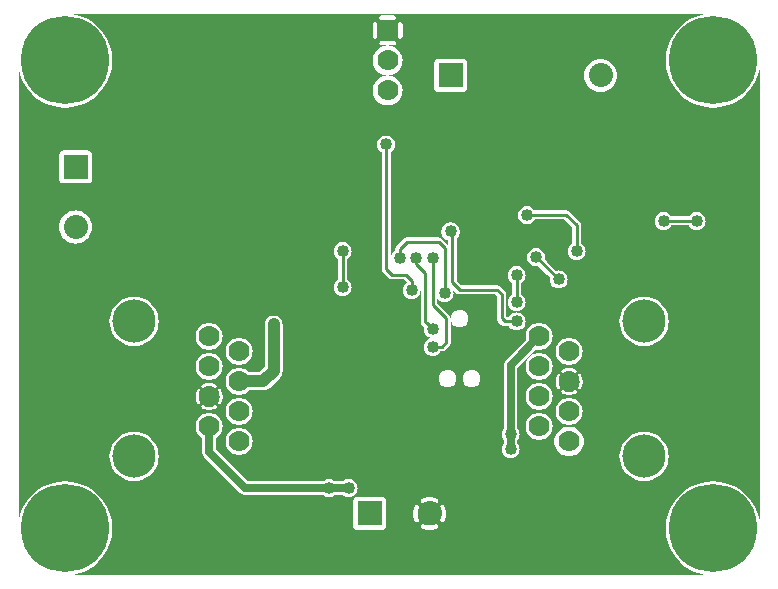
<source format=gbr>
G04 start of page 3 for group 1 idx 1 *
G04 Title: (unknown), solder *
G04 Creator: pcb 20140316 *
G04 CreationDate: Sun 30 Dec 2018 07:31:13 PM GMT UTC *
G04 For: railfan *
G04 Format: Gerber/RS-274X *
G04 PCB-Dimensions (mil): 2500.00 1900.00 *
G04 PCB-Coordinate-Origin: lower left *
%MOIN*%
%FSLAX25Y25*%
%LNBOTTOM*%
%ADD54C,0.1280*%
%ADD53C,0.0300*%
%ADD52C,0.1285*%
%ADD51C,0.0480*%
%ADD50C,0.0390*%
%ADD49C,0.0200*%
%ADD48C,0.0800*%
%ADD47C,0.1440*%
%ADD46C,0.0700*%
%ADD45C,0.2937*%
%ADD44C,0.0100*%
%ADD43C,0.0400*%
%ADD42C,0.0250*%
%ADD41C,0.0001*%
G54D41*G36*
X221995Y5773D02*X223753Y4272D01*
X225858Y2982D01*
X228138Y2038D01*
X230378Y1500D01*
X221995D01*
Y5773D01*
G37*
G36*
Y161773D02*X223753Y160272D01*
X225858Y158982D01*
X228138Y158038D01*
X230539Y157461D01*
X233000Y157268D01*
X235461Y157461D01*
X237862Y158038D01*
X240142Y158982D01*
X242247Y160272D01*
X244124Y161876D01*
X245728Y163753D01*
X247018Y165858D01*
X247962Y168138D01*
X248500Y170378D01*
Y19622D01*
X247962Y21862D01*
X247018Y24142D01*
X245728Y26247D01*
X244124Y28124D01*
X242247Y29728D01*
X240142Y31018D01*
X237862Y31962D01*
X235461Y32539D01*
X233000Y32732D01*
X230539Y32539D01*
X228138Y31962D01*
X225858Y31018D01*
X223753Y29728D01*
X221995Y28227D01*
Y118000D01*
X224901D01*
X225065Y117731D01*
X225372Y117372D01*
X225731Y117065D01*
X226134Y116819D01*
X226570Y116638D01*
X227029Y116528D01*
X227500Y116491D01*
X227971Y116528D01*
X228430Y116638D01*
X228866Y116819D01*
X229269Y117065D01*
X229628Y117372D01*
X229935Y117731D01*
X230181Y118134D01*
X230362Y118570D01*
X230472Y119029D01*
X230500Y119500D01*
X230472Y119971D01*
X230362Y120430D01*
X230181Y120866D01*
X229935Y121269D01*
X229628Y121628D01*
X229269Y121935D01*
X228866Y122181D01*
X228430Y122362D01*
X227971Y122472D01*
X227500Y122509D01*
X227029Y122472D01*
X226570Y122362D01*
X226134Y122181D01*
X225731Y121935D01*
X225372Y121628D01*
X225065Y121269D01*
X224901Y121000D01*
X221995D01*
Y161773D01*
G37*
G36*
Y188500D02*X230378D01*
X228138Y187962D01*
X225858Y187018D01*
X223753Y185728D01*
X221995Y184227D01*
Y188500D01*
G37*
G36*
X184992Y118386D02*X186000Y117379D01*
Y112099D01*
X185731Y111935D01*
X185372Y111628D01*
X185065Y111269D01*
X184992Y111150D01*
Y118386D01*
G37*
G36*
X209987Y188500D02*X221995D01*
Y184227D01*
X221876Y184124D01*
X220272Y182247D01*
X218982Y180142D01*
X218038Y177862D01*
X217461Y175461D01*
X217268Y173000D01*
X217461Y170539D01*
X218038Y168138D01*
X218982Y165858D01*
X220272Y163753D01*
X221876Y161876D01*
X221995Y161773D01*
Y121000D01*
X219099D01*
X218935Y121269D01*
X218628Y121628D01*
X218269Y121935D01*
X217866Y122181D01*
X217430Y122362D01*
X216971Y122472D01*
X216500Y122509D01*
X216029Y122472D01*
X215570Y122362D01*
X215134Y122181D01*
X214731Y121935D01*
X214372Y121628D01*
X214065Y121269D01*
X213819Y120866D01*
X213638Y120430D01*
X213528Y119971D01*
X213491Y119500D01*
X213528Y119029D01*
X213638Y118570D01*
X213819Y118134D01*
X214065Y117731D01*
X214372Y117372D01*
X214731Y117065D01*
X215134Y116819D01*
X215570Y116638D01*
X216029Y116528D01*
X216500Y116491D01*
X216971Y116528D01*
X217430Y116638D01*
X217866Y116819D01*
X218269Y117065D01*
X218628Y117372D01*
X218935Y117731D01*
X219099Y118000D01*
X221995D01*
Y28227D01*
X221876Y28124D01*
X220272Y26247D01*
X218982Y24142D01*
X218038Y21862D01*
X217461Y19461D01*
X217268Y17000D01*
X217461Y14539D01*
X218038Y12138D01*
X218982Y9858D01*
X220272Y7753D01*
X221876Y5876D01*
X221995Y5773D01*
Y1500D01*
X209987D01*
Y32776D01*
X210000Y32775D01*
X211287Y32876D01*
X212542Y33177D01*
X213734Y33671D01*
X214835Y34346D01*
X215816Y35184D01*
X216654Y36165D01*
X217329Y37266D01*
X217823Y38458D01*
X218124Y39713D01*
X218200Y41000D01*
X218124Y42287D01*
X217823Y43542D01*
X217329Y44734D01*
X216654Y45835D01*
X215816Y46816D01*
X214835Y47654D01*
X213734Y48329D01*
X212542Y48823D01*
X211287Y49124D01*
X210000Y49225D01*
X209987Y49224D01*
Y77776D01*
X210000Y77775D01*
X211287Y77876D01*
X212542Y78177D01*
X213734Y78671D01*
X214835Y79346D01*
X215816Y80184D01*
X216654Y81165D01*
X217329Y82266D01*
X217823Y83458D01*
X218124Y84713D01*
X218200Y86000D01*
X218124Y87287D01*
X217823Y88542D01*
X217329Y89734D01*
X216654Y90835D01*
X215816Y91816D01*
X214835Y92654D01*
X213734Y93329D01*
X212542Y93823D01*
X211287Y94124D01*
X210000Y94225D01*
X209987Y94224D01*
Y188500D01*
G37*
G36*
X195492D02*X209987D01*
Y94224D01*
X208713Y94124D01*
X207458Y93823D01*
X206266Y93329D01*
X205165Y92654D01*
X204184Y91816D01*
X203346Y90835D01*
X202671Y89734D01*
X202177Y88542D01*
X201876Y87287D01*
X201775Y86000D01*
X201876Y84713D01*
X202177Y83458D01*
X202671Y82266D01*
X203346Y81165D01*
X204184Y80184D01*
X205165Y79346D01*
X206266Y78671D01*
X207458Y78177D01*
X208713Y77876D01*
X209987Y77776D01*
Y49224D01*
X208713Y49124D01*
X207458Y48823D01*
X206266Y48329D01*
X205165Y47654D01*
X204184Y46816D01*
X203346Y45835D01*
X202671Y44734D01*
X202177Y43542D01*
X201876Y42287D01*
X201775Y41000D01*
X201876Y39713D01*
X202177Y38458D01*
X202671Y37266D01*
X203346Y36165D01*
X204184Y35184D01*
X205165Y34346D01*
X206266Y33671D01*
X207458Y33177D01*
X208713Y32876D01*
X209987Y32776D01*
Y1500D01*
X195492D01*
Y162484D01*
X195500Y162483D01*
X196363Y162551D01*
X197205Y162753D01*
X198005Y163084D01*
X198743Y163537D01*
X199401Y164099D01*
X199963Y164757D01*
X200416Y165495D01*
X200747Y166295D01*
X200949Y167137D01*
X201000Y168000D01*
X200949Y168863D01*
X200747Y169705D01*
X200416Y170505D01*
X199963Y171243D01*
X199401Y171901D01*
X198743Y172463D01*
X198005Y172916D01*
X197205Y173247D01*
X196363Y173449D01*
X195500Y173517D01*
X195492Y173516D01*
Y188500D01*
G37*
G36*
X188720D02*X195492D01*
Y173516D01*
X194637Y173449D01*
X193795Y173247D01*
X192995Y172916D01*
X192257Y172463D01*
X191599Y171901D01*
X191037Y171243D01*
X190584Y170505D01*
X190253Y169705D01*
X190051Y168863D01*
X189983Y168000D01*
X190051Y167137D01*
X190253Y166295D01*
X190584Y165495D01*
X191037Y164757D01*
X191599Y164099D01*
X192257Y163537D01*
X192995Y163084D01*
X193795Y162753D01*
X194637Y162551D01*
X195492Y162484D01*
Y1500D01*
X188720D01*
Y42811D01*
X188976Y43111D01*
X189379Y43769D01*
X189675Y44481D01*
X189855Y45231D01*
X189900Y46000D01*
X189855Y46769D01*
X189675Y47519D01*
X189379Y48231D01*
X188976Y48889D01*
X188720Y49189D01*
Y53459D01*
X189022Y53951D01*
X189293Y54605D01*
X189458Y55294D01*
X189500Y56000D01*
X189458Y56706D01*
X189293Y57395D01*
X189022Y58049D01*
X188720Y58541D01*
Y63544D01*
X188771Y63583D01*
X188826Y63639D01*
X188870Y63704D01*
X189064Y64056D01*
X189221Y64426D01*
X189344Y64809D01*
X189433Y65200D01*
X189487Y65599D01*
X189504Y66000D01*
X189487Y66401D01*
X189433Y66800D01*
X189344Y67191D01*
X189221Y67574D01*
X189064Y67944D01*
X188874Y68298D01*
X188829Y68363D01*
X188774Y68420D01*
X188720Y68460D01*
Y73459D01*
X189022Y73951D01*
X189293Y74605D01*
X189458Y75294D01*
X189500Y76000D01*
X189458Y76706D01*
X189293Y77395D01*
X189022Y78049D01*
X188720Y78541D01*
Y106758D01*
X188866Y106819D01*
X189269Y107065D01*
X189628Y107372D01*
X189935Y107731D01*
X190181Y108134D01*
X190362Y108570D01*
X190472Y109029D01*
X190500Y109500D01*
X190472Y109971D01*
X190362Y110430D01*
X190181Y110866D01*
X189935Y111269D01*
X189628Y111628D01*
X189269Y111935D01*
X189000Y112099D01*
Y117941D01*
X189005Y118000D01*
X188986Y118235D01*
X188931Y118465D01*
X188841Y118683D01*
X188720Y118879D01*
Y188500D01*
G37*
G36*
Y78541D02*X188652Y78653D01*
X188192Y79192D01*
X187653Y79652D01*
X187049Y80022D01*
X186395Y80293D01*
X185706Y80458D01*
X185000Y80514D01*
X184992Y80513D01*
Y107850D01*
X185065Y107731D01*
X185372Y107372D01*
X185731Y107065D01*
X186134Y106819D01*
X186570Y106638D01*
X187029Y106528D01*
X187500Y106491D01*
X187971Y106528D01*
X188430Y106638D01*
X188720Y106758D01*
Y78541D01*
G37*
G36*
Y58541D02*X188652Y58653D01*
X188192Y59192D01*
X187653Y59652D01*
X187049Y60022D01*
X186395Y60293D01*
X185706Y60458D01*
X185000Y60514D01*
X184992Y60513D01*
Y61496D01*
X185000Y61496D01*
X185401Y61513D01*
X185800Y61567D01*
X186191Y61656D01*
X186574Y61779D01*
X186944Y61936D01*
X187298Y62126D01*
X187363Y62171D01*
X187420Y62226D01*
X187468Y62290D01*
X187504Y62360D01*
X187530Y62435D01*
X187544Y62513D01*
X187545Y62592D01*
X187533Y62671D01*
X187510Y62746D01*
X187475Y62817D01*
X187429Y62882D01*
X187374Y62939D01*
X187311Y62987D01*
X187241Y63024D01*
X187166Y63049D01*
X187088Y63063D01*
X187008Y63064D01*
X186930Y63052D01*
X186854Y63029D01*
X186784Y62993D01*
X186510Y62843D01*
X186223Y62721D01*
X185926Y62625D01*
X185621Y62556D01*
X185312Y62514D01*
X185000Y62500D01*
X184992Y62500D01*
Y69500D01*
X185000Y69500D01*
X185312Y69486D01*
X185621Y69444D01*
X185926Y69375D01*
X186223Y69279D01*
X186510Y69157D01*
X186786Y69010D01*
X186855Y68974D01*
X186931Y68951D01*
X187009Y68940D01*
X187087Y68941D01*
X187165Y68954D01*
X187239Y68980D01*
X187309Y69016D01*
X187372Y69064D01*
X187427Y69120D01*
X187472Y69184D01*
X187507Y69255D01*
X187530Y69330D01*
X187541Y69408D01*
X187540Y69487D01*
X187527Y69564D01*
X187501Y69639D01*
X187465Y69708D01*
X187417Y69771D01*
X187361Y69826D01*
X187296Y69870D01*
X186944Y70064D01*
X186574Y70221D01*
X186191Y70344D01*
X185800Y70433D01*
X185401Y70487D01*
X185000Y70504D01*
X184992Y70504D01*
Y71487D01*
X185000Y71486D01*
X185706Y71542D01*
X186395Y71707D01*
X187049Y71978D01*
X187653Y72348D01*
X188192Y72808D01*
X188652Y73347D01*
X188720Y73459D01*
Y68460D01*
X188710Y68468D01*
X188640Y68504D01*
X188565Y68530D01*
X188487Y68544D01*
X188408Y68545D01*
X188329Y68533D01*
X188254Y68510D01*
X188183Y68475D01*
X188118Y68429D01*
X188061Y68374D01*
X188013Y68311D01*
X187976Y68241D01*
X187951Y68166D01*
X187937Y68088D01*
X187936Y68008D01*
X187948Y67930D01*
X187971Y67854D01*
X188007Y67784D01*
X188157Y67510D01*
X188279Y67223D01*
X188375Y66926D01*
X188444Y66621D01*
X188486Y66312D01*
X188500Y66000D01*
X188486Y65688D01*
X188444Y65379D01*
X188375Y65074D01*
X188279Y64777D01*
X188157Y64490D01*
X188010Y64214D01*
X187974Y64145D01*
X187951Y64069D01*
X187940Y63991D01*
X187941Y63913D01*
X187954Y63835D01*
X187980Y63761D01*
X188016Y63691D01*
X188064Y63628D01*
X188120Y63573D01*
X188184Y63528D01*
X188255Y63493D01*
X188330Y63470D01*
X188408Y63459D01*
X188487Y63460D01*
X188564Y63473D01*
X188639Y63499D01*
X188708Y63535D01*
X188720Y63544D01*
Y58541D01*
G37*
G36*
Y49189D02*X188476Y49476D01*
X187889Y49976D01*
X187231Y50379D01*
X186519Y50675D01*
X185769Y50855D01*
X185000Y50915D01*
X184992Y50915D01*
Y51487D01*
X185000Y51486D01*
X185706Y51542D01*
X186395Y51707D01*
X187049Y51978D01*
X187653Y52348D01*
X188192Y52808D01*
X188652Y53347D01*
X188720Y53459D01*
Y49189D01*
G37*
G36*
Y1500D02*X184992D01*
Y41085D01*
X185000Y41085D01*
X185769Y41145D01*
X186519Y41325D01*
X187231Y41621D01*
X187889Y42024D01*
X188476Y42524D01*
X188720Y42811D01*
Y1500D01*
G37*
G36*
X184992Y188500D02*X188720D01*
Y118879D01*
X188717Y118884D01*
X188564Y119064D01*
X188519Y119102D01*
X185102Y122519D01*
X185064Y122564D01*
X184992Y122625D01*
Y188500D01*
G37*
G36*
X181280Y53459D02*X181348Y53347D01*
X181808Y52808D01*
X182347Y52348D01*
X182951Y51978D01*
X183605Y51707D01*
X184294Y51542D01*
X184992Y51487D01*
Y50915D01*
X184231Y50855D01*
X183481Y50675D01*
X182769Y50379D01*
X182111Y49976D01*
X181524Y49476D01*
X181280Y49189D01*
Y53459D01*
G37*
G36*
Y73459D02*X181348Y73347D01*
X181808Y72808D01*
X182347Y72348D01*
X182951Y71978D01*
X183605Y71707D01*
X184294Y71542D01*
X184992Y71487D01*
Y70504D01*
X184599Y70487D01*
X184200Y70433D01*
X183809Y70344D01*
X183426Y70221D01*
X183056Y70064D01*
X182702Y69874D01*
X182637Y69829D01*
X182580Y69774D01*
X182532Y69710D01*
X182496Y69640D01*
X182470Y69565D01*
X182456Y69487D01*
X182455Y69408D01*
X182467Y69329D01*
X182490Y69254D01*
X182525Y69183D01*
X182571Y69118D01*
X182626Y69061D01*
X182689Y69013D01*
X182759Y68976D01*
X182834Y68951D01*
X182912Y68937D01*
X182992Y68936D01*
X183070Y68948D01*
X183146Y68971D01*
X183216Y69007D01*
X183490Y69157D01*
X183777Y69279D01*
X184074Y69375D01*
X184379Y69444D01*
X184688Y69486D01*
X184992Y69500D01*
Y62500D01*
X184688Y62514D01*
X184379Y62556D01*
X184074Y62625D01*
X183777Y62721D01*
X183490Y62843D01*
X183214Y62990D01*
X183145Y63026D01*
X183069Y63049D01*
X182991Y63060D01*
X182913Y63059D01*
X182835Y63046D01*
X182761Y63020D01*
X182691Y62984D01*
X182628Y62936D01*
X182573Y62880D01*
X182528Y62816D01*
X182493Y62745D01*
X182470Y62670D01*
X182459Y62592D01*
X182460Y62513D01*
X182473Y62436D01*
X182499Y62361D01*
X182535Y62292D01*
X182583Y62229D01*
X182639Y62174D01*
X182704Y62130D01*
X183056Y61936D01*
X183426Y61779D01*
X183809Y61656D01*
X184200Y61567D01*
X184599Y61513D01*
X184992Y61496D01*
Y60513D01*
X184294Y60458D01*
X183605Y60293D01*
X182951Y60022D01*
X182347Y59652D01*
X181808Y59192D01*
X181348Y58653D01*
X181280Y58541D01*
Y63540D01*
X181290Y63532D01*
X181360Y63496D01*
X181435Y63470D01*
X181513Y63456D01*
X181592Y63455D01*
X181671Y63467D01*
X181746Y63490D01*
X181817Y63525D01*
X181882Y63571D01*
X181939Y63626D01*
X181987Y63689D01*
X182024Y63759D01*
X182049Y63834D01*
X182063Y63912D01*
X182064Y63992D01*
X182052Y64070D01*
X182029Y64146D01*
X181993Y64216D01*
X181843Y64490D01*
X181721Y64777D01*
X181625Y65074D01*
X181556Y65379D01*
X181514Y65688D01*
X181500Y66000D01*
X181514Y66312D01*
X181556Y66621D01*
X181625Y66926D01*
X181721Y67223D01*
X181843Y67510D01*
X181990Y67786D01*
X182026Y67855D01*
X182049Y67931D01*
X182060Y68009D01*
X182059Y68087D01*
X182046Y68165D01*
X182020Y68239D01*
X181984Y68309D01*
X181936Y68372D01*
X181880Y68427D01*
X181816Y68472D01*
X181745Y68507D01*
X181670Y68530D01*
X181592Y68541D01*
X181513Y68540D01*
X181436Y68527D01*
X181361Y68501D01*
X181292Y68465D01*
X181280Y68456D01*
Y73459D01*
G37*
G36*
Y97008D02*X181500Y96991D01*
X181971Y97028D01*
X182430Y97138D01*
X182866Y97319D01*
X183269Y97565D01*
X183628Y97872D01*
X183935Y98231D01*
X184181Y98634D01*
X184362Y99070D01*
X184472Y99529D01*
X184500Y100000D01*
X184472Y100471D01*
X184362Y100930D01*
X184181Y101366D01*
X183935Y101769D01*
X183628Y102128D01*
X183269Y102435D01*
X182866Y102681D01*
X182430Y102862D01*
X181971Y102972D01*
X181500Y103009D01*
X181280Y102992D01*
Y120000D01*
X183379D01*
X184992Y118386D01*
Y111150D01*
X184819Y110866D01*
X184638Y110430D01*
X184528Y109971D01*
X184491Y109500D01*
X184528Y109029D01*
X184638Y108570D01*
X184819Y108134D01*
X184992Y107850D01*
Y80513D01*
X184294Y80458D01*
X183605Y80293D01*
X182951Y80022D01*
X182347Y79652D01*
X181808Y79192D01*
X181348Y78653D01*
X181280Y78541D01*
Y97008D01*
G37*
G36*
X184992Y1500D02*X181280D01*
Y42811D01*
X181524Y42524D01*
X182111Y42024D01*
X182769Y41621D01*
X183481Y41325D01*
X184231Y41145D01*
X184992Y41085D01*
Y1500D01*
G37*
G36*
X181280Y102992D02*X181029Y102972D01*
X180723Y102899D01*
X177745Y105876D01*
Y120000D01*
X181280D01*
Y102992D01*
G37*
G36*
Y1500D02*X177745D01*
Y47427D01*
X178192Y47808D01*
X178652Y48347D01*
X179022Y48951D01*
X179293Y49605D01*
X179458Y50294D01*
X179500Y51000D01*
X179458Y51706D01*
X179293Y52395D01*
X179022Y53049D01*
X178652Y53653D01*
X178192Y54192D01*
X177745Y54573D01*
Y57427D01*
X178192Y57808D01*
X178652Y58347D01*
X179022Y58951D01*
X179293Y59605D01*
X179458Y60294D01*
X179500Y61000D01*
X179458Y61706D01*
X179293Y62395D01*
X179022Y63049D01*
X178652Y63653D01*
X178192Y64192D01*
X177745Y64573D01*
Y67427D01*
X178192Y67808D01*
X178652Y68347D01*
X179022Y68951D01*
X179293Y69605D01*
X179458Y70294D01*
X179500Y71000D01*
X179458Y71706D01*
X179293Y72395D01*
X179022Y73049D01*
X178652Y73653D01*
X178192Y74192D01*
X177745Y74573D01*
Y77427D01*
X178192Y77808D01*
X178652Y78347D01*
X179022Y78951D01*
X179293Y79605D01*
X179458Y80294D01*
X179500Y81000D01*
X179458Y81706D01*
X179293Y82395D01*
X179022Y83049D01*
X178652Y83653D01*
X178192Y84192D01*
X177745Y84573D01*
Y101633D01*
X178601Y100777D01*
X178528Y100471D01*
X178491Y100000D01*
X178528Y99529D01*
X178638Y99070D01*
X178819Y98634D01*
X179065Y98231D01*
X179372Y97872D01*
X179731Y97565D01*
X180134Y97319D01*
X180570Y97138D01*
X181029Y97028D01*
X181280Y97008D01*
Y78541D01*
X180978Y78049D01*
X180707Y77395D01*
X180542Y76706D01*
X180486Y76000D01*
X180542Y75294D01*
X180707Y74605D01*
X180978Y73951D01*
X181280Y73459D01*
Y68456D01*
X181229Y68417D01*
X181174Y68361D01*
X181130Y68296D01*
X180936Y67944D01*
X180779Y67574D01*
X180656Y67191D01*
X180567Y66800D01*
X180513Y66401D01*
X180496Y66000D01*
X180513Y65599D01*
X180567Y65200D01*
X180656Y64809D01*
X180779Y64426D01*
X180936Y64056D01*
X181126Y63702D01*
X181171Y63637D01*
X181226Y63580D01*
X181280Y63540D01*
Y58541D01*
X180978Y58049D01*
X180707Y57395D01*
X180542Y56706D01*
X180486Y56000D01*
X180542Y55294D01*
X180707Y54605D01*
X180978Y53951D01*
X181280Y53459D01*
Y49189D01*
X181024Y48889D01*
X180621Y48231D01*
X180325Y47519D01*
X180145Y46769D01*
X180085Y46000D01*
X180145Y45231D01*
X180325Y44481D01*
X180621Y43769D01*
X181024Y43111D01*
X181280Y42811D01*
Y1500D01*
G37*
G36*
X177745Y188500D02*X184992D01*
Y122625D01*
X184884Y122717D01*
X184683Y122841D01*
X184465Y122931D01*
X184235Y122986D01*
X184000Y123005D01*
X183941Y123000D01*
X177745D01*
Y188500D01*
G37*
G36*
X167495Y41259D02*X167628Y41372D01*
X167935Y41731D01*
X168181Y42134D01*
X168362Y42570D01*
X168472Y43029D01*
X168500Y43500D01*
X168472Y43971D01*
X168362Y44430D01*
X168181Y44866D01*
X167935Y45269D01*
X167750Y45485D01*
Y46515D01*
X167935Y46731D01*
X168181Y47134D01*
X168362Y47570D01*
X168472Y48029D01*
X168500Y48500D01*
X168472Y48971D01*
X168362Y49430D01*
X168181Y49866D01*
X167935Y50269D01*
X167750Y50485D01*
Y50500D01*
X167750Y50500D01*
Y70568D01*
X173834Y76652D01*
X174294Y76542D01*
X175000Y76486D01*
X175706Y76542D01*
X176395Y76707D01*
X177049Y76978D01*
X177653Y77348D01*
X177745Y77427D01*
Y74573D01*
X177653Y74652D01*
X177049Y75022D01*
X176395Y75293D01*
X175706Y75458D01*
X175000Y75514D01*
X174294Y75458D01*
X173605Y75293D01*
X172951Y75022D01*
X172347Y74652D01*
X171808Y74192D01*
X171348Y73653D01*
X170978Y73049D01*
X170707Y72395D01*
X170542Y71706D01*
X170486Y71000D01*
X170542Y70294D01*
X170707Y69605D01*
X170978Y68951D01*
X171348Y68347D01*
X171808Y67808D01*
X172347Y67348D01*
X172951Y66978D01*
X173605Y66707D01*
X174294Y66542D01*
X175000Y66486D01*
X175706Y66542D01*
X176395Y66707D01*
X177049Y66978D01*
X177653Y67348D01*
X177745Y67427D01*
Y64573D01*
X177653Y64652D01*
X177049Y65022D01*
X176395Y65293D01*
X175706Y65458D01*
X175000Y65514D01*
X174294Y65458D01*
X173605Y65293D01*
X172951Y65022D01*
X172347Y64652D01*
X171808Y64192D01*
X171348Y63653D01*
X170978Y63049D01*
X170707Y62395D01*
X170542Y61706D01*
X170486Y61000D01*
X170542Y60294D01*
X170707Y59605D01*
X170978Y58951D01*
X171348Y58347D01*
X171808Y57808D01*
X172347Y57348D01*
X172951Y56978D01*
X173605Y56707D01*
X174294Y56542D01*
X175000Y56486D01*
X175706Y56542D01*
X176395Y56707D01*
X177049Y56978D01*
X177653Y57348D01*
X177745Y57427D01*
Y54573D01*
X177653Y54652D01*
X177049Y55022D01*
X176395Y55293D01*
X175706Y55458D01*
X175000Y55514D01*
X174294Y55458D01*
X173605Y55293D01*
X172951Y55022D01*
X172347Y54652D01*
X171808Y54192D01*
X171348Y53653D01*
X170978Y53049D01*
X170707Y52395D01*
X170542Y51706D01*
X170486Y51000D01*
X170542Y50294D01*
X170707Y49605D01*
X170978Y48951D01*
X171348Y48347D01*
X171808Y47808D01*
X172347Y47348D01*
X172951Y46978D01*
X173605Y46707D01*
X174294Y46542D01*
X175000Y46486D01*
X175706Y46542D01*
X176395Y46707D01*
X177049Y46978D01*
X177653Y47348D01*
X177745Y47427D01*
Y1500D01*
X167495D01*
Y41259D01*
G37*
G36*
Y188500D02*X177745D01*
Y123000D01*
X173599D01*
X173435Y123269D01*
X173128Y123628D01*
X172769Y123935D01*
X172366Y124181D01*
X171930Y124362D01*
X171471Y124472D01*
X171000Y124509D01*
X170529Y124472D01*
X170070Y124362D01*
X169634Y124181D01*
X169231Y123935D01*
X168872Y123628D01*
X168565Y123269D01*
X168319Y122866D01*
X168138Y122430D01*
X168028Y121971D01*
X167991Y121500D01*
X168028Y121029D01*
X168138Y120570D01*
X168319Y120134D01*
X168565Y119731D01*
X168872Y119372D01*
X169231Y119065D01*
X169634Y118819D01*
X170070Y118638D01*
X170529Y118528D01*
X171000Y118491D01*
X171471Y118528D01*
X171930Y118638D01*
X172366Y118819D01*
X172769Y119065D01*
X173128Y119372D01*
X173435Y119731D01*
X173599Y120000D01*
X177745D01*
Y105876D01*
X176899Y106723D01*
X176972Y107029D01*
X177000Y107500D01*
X176972Y107971D01*
X176862Y108430D01*
X176681Y108866D01*
X176435Y109269D01*
X176128Y109628D01*
X175769Y109935D01*
X175366Y110181D01*
X174930Y110362D01*
X174471Y110472D01*
X174000Y110509D01*
X173529Y110472D01*
X173070Y110362D01*
X172634Y110181D01*
X172231Y109935D01*
X171872Y109628D01*
X171565Y109269D01*
X171319Y108866D01*
X171138Y108430D01*
X171028Y107971D01*
X170991Y107500D01*
X171028Y107029D01*
X171138Y106570D01*
X171319Y106134D01*
X171565Y105731D01*
X171872Y105372D01*
X172231Y105065D01*
X172634Y104819D01*
X173070Y104638D01*
X173529Y104528D01*
X174000Y104491D01*
X174471Y104528D01*
X174777Y104601D01*
X177745Y101633D01*
Y84573D01*
X177653Y84652D01*
X177049Y85022D01*
X176395Y85293D01*
X175706Y85458D01*
X175000Y85514D01*
X174294Y85458D01*
X173605Y85293D01*
X172951Y85022D01*
X172347Y84652D01*
X171808Y84192D01*
X171348Y83653D01*
X170978Y83049D01*
X170707Y82395D01*
X170542Y81706D01*
X170486Y81000D01*
X170542Y80294D01*
X170652Y79834D01*
X167495Y76677D01*
Y82991D01*
X167500Y82991D01*
X167971Y83028D01*
X168430Y83138D01*
X168866Y83319D01*
X169269Y83565D01*
X169628Y83872D01*
X169935Y84231D01*
X170181Y84634D01*
X170362Y85070D01*
X170472Y85529D01*
X170500Y86000D01*
X170472Y86471D01*
X170362Y86930D01*
X170181Y87366D01*
X169935Y87769D01*
X169628Y88128D01*
X169269Y88435D01*
X168866Y88681D01*
X168430Y88862D01*
X167971Y88972D01*
X167500Y89009D01*
X167495Y89009D01*
Y89491D01*
X167500Y89491D01*
X167971Y89528D01*
X168430Y89638D01*
X168866Y89819D01*
X169269Y90065D01*
X169628Y90372D01*
X169935Y90731D01*
X170181Y91134D01*
X170362Y91570D01*
X170472Y92029D01*
X170500Y92500D01*
X170472Y92971D01*
X170362Y93430D01*
X170181Y93866D01*
X169935Y94269D01*
X169628Y94628D01*
X169269Y94935D01*
X169000Y95099D01*
Y98901D01*
X169269Y99065D01*
X169628Y99372D01*
X169935Y99731D01*
X170181Y100134D01*
X170362Y100570D01*
X170472Y101029D01*
X170500Y101500D01*
X170472Y101971D01*
X170362Y102430D01*
X170181Y102866D01*
X169935Y103269D01*
X169628Y103628D01*
X169269Y103935D01*
X168866Y104181D01*
X168430Y104362D01*
X167971Y104472D01*
X167500Y104509D01*
X167495Y104509D01*
Y188500D01*
G37*
G36*
Y76677D02*X163971Y73153D01*
X163904Y73096D01*
X163674Y72827D01*
X163489Y72525D01*
X163354Y72197D01*
X163271Y71853D01*
X163271Y71853D01*
X163243Y71500D01*
X163250Y71412D01*
Y50500D01*
X163250Y50500D01*
Y50485D01*
X163065Y50269D01*
X162819Y49866D01*
X162638Y49430D01*
X162528Y48971D01*
X162491Y48500D01*
X162528Y48029D01*
X162638Y47570D01*
X162819Y47134D01*
X163065Y46731D01*
X163250Y46515D01*
Y45485D01*
X163065Y45269D01*
X162819Y44866D01*
X162638Y44430D01*
X162528Y43971D01*
X162491Y43500D01*
X162528Y43029D01*
X162638Y42570D01*
X162819Y42134D01*
X163065Y41731D01*
X163372Y41372D01*
X163731Y41065D01*
X164134Y40819D01*
X164570Y40638D01*
X165029Y40528D01*
X165500Y40491D01*
X165971Y40528D01*
X166430Y40638D01*
X166866Y40819D01*
X167269Y41065D01*
X167495Y41259D01*
Y1500D01*
X152495D01*
Y64041D01*
X152500Y64041D01*
X152963Y64077D01*
X153414Y64186D01*
X153843Y64363D01*
X154239Y64606D01*
X154592Y64908D01*
X154894Y65261D01*
X155137Y65657D01*
X155314Y66086D01*
X155423Y66537D01*
X155450Y67000D01*
X155423Y67463D01*
X155314Y67914D01*
X155137Y68343D01*
X154894Y68739D01*
X154592Y69092D01*
X154239Y69394D01*
X153843Y69637D01*
X153414Y69814D01*
X152963Y69923D01*
X152500Y69959D01*
X152495Y69959D01*
Y95000D01*
X160379D01*
X161000Y94379D01*
Y87059D01*
X160995Y87000D01*
X161014Y86765D01*
X161069Y86535D01*
X161159Y86317D01*
X161283Y86116D01*
X161283Y86115D01*
X161436Y85936D01*
X161481Y85898D01*
X162398Y84981D01*
X162436Y84936D01*
X162615Y84783D01*
X162616Y84783D01*
X162817Y84659D01*
X163035Y84569D01*
X163265Y84514D01*
X163500Y84495D01*
X163559Y84500D01*
X164901D01*
X165065Y84231D01*
X165372Y83872D01*
X165731Y83565D01*
X166134Y83319D01*
X166570Y83138D01*
X167029Y83028D01*
X167495Y82991D01*
Y76677D01*
G37*
G36*
X152495Y1500D02*X145745D01*
Y64323D01*
X145843Y64363D01*
X146239Y64606D01*
X146592Y64908D01*
X146894Y65261D01*
X147137Y65657D01*
X147314Y66086D01*
X147423Y66537D01*
X147450Y67000D01*
X147423Y67463D01*
X147314Y67914D01*
X147137Y68343D01*
X146894Y68739D01*
X146592Y69092D01*
X146239Y69394D01*
X145843Y69637D01*
X145745Y69677D01*
Y85942D01*
X145863Y85657D01*
X146106Y85261D01*
X146408Y84908D01*
X146761Y84606D01*
X147157Y84363D01*
X147586Y84186D01*
X148037Y84077D01*
X148500Y84041D01*
X148963Y84077D01*
X149414Y84186D01*
X149843Y84363D01*
X150239Y84606D01*
X150592Y84908D01*
X150894Y85261D01*
X151137Y85657D01*
X151314Y86086D01*
X151423Y86537D01*
X151450Y87000D01*
X151423Y87463D01*
X151314Y87914D01*
X151137Y88343D01*
X150894Y88739D01*
X150592Y89092D01*
X150239Y89394D01*
X149843Y89637D01*
X149414Y89814D01*
X148963Y89923D01*
X148500Y89959D01*
X148037Y89923D01*
X147586Y89814D01*
X147157Y89637D01*
X146761Y89394D01*
X146408Y89092D01*
X146106Y88739D01*
X145863Y88343D01*
X145745Y88058D01*
Y93510D01*
X145935Y93731D01*
X146181Y94134D01*
X146362Y94570D01*
X146472Y95029D01*
X146500Y95500D01*
X146472Y95971D01*
X146362Y96430D01*
X146301Y96578D01*
X147398Y95481D01*
X147436Y95436D01*
X147616Y95283D01*
X147817Y95159D01*
X148035Y95069D01*
X148265Y95014D01*
X148500Y94995D01*
X148559Y95000D01*
X152495D01*
Y69959D01*
X152037Y69923D01*
X151586Y69814D01*
X151157Y69637D01*
X150761Y69394D01*
X150408Y69092D01*
X150106Y68739D01*
X149863Y68343D01*
X149686Y67914D01*
X149577Y67463D01*
X149541Y67000D01*
X149577Y66537D01*
X149686Y66086D01*
X149863Y65657D01*
X150106Y65261D01*
X150408Y64908D01*
X150761Y64606D01*
X151157Y64363D01*
X151586Y64186D01*
X152037Y64077D01*
X152495Y64041D01*
Y1500D01*
G37*
G36*
X145745Y188500D02*X167495D01*
Y104509D01*
X167029Y104472D01*
X166570Y104362D01*
X166134Y104181D01*
X165731Y103935D01*
X165372Y103628D01*
X165065Y103269D01*
X164819Y102866D01*
X164638Y102430D01*
X164528Y101971D01*
X164491Y101500D01*
X164528Y101029D01*
X164638Y100570D01*
X164819Y100134D01*
X165065Y99731D01*
X165372Y99372D01*
X165731Y99065D01*
X166000Y98901D01*
Y95099D01*
X165731Y94935D01*
X165372Y94628D01*
X165065Y94269D01*
X164819Y93866D01*
X164638Y93430D01*
X164528Y92971D01*
X164491Y92500D01*
X164528Y92029D01*
X164638Y91570D01*
X164819Y91134D01*
X165065Y90731D01*
X165372Y90372D01*
X165731Y90065D01*
X166134Y89819D01*
X166570Y89638D01*
X167029Y89528D01*
X167495Y89491D01*
Y89009D01*
X167029Y88972D01*
X166570Y88862D01*
X166134Y88681D01*
X165731Y88435D01*
X165372Y88128D01*
X165065Y87769D01*
X164901Y87500D01*
X164121D01*
X164000Y87621D01*
Y94941D01*
X164005Y95000D01*
X163986Y95235D01*
X163931Y95465D01*
X163841Y95683D01*
X163717Y95884D01*
X163564Y96064D01*
X163519Y96102D01*
X162102Y97519D01*
X162064Y97564D01*
X161884Y97717D01*
X161683Y97841D01*
X161465Y97931D01*
X161235Y97986D01*
X161235Y97986D01*
X161000Y98005D01*
X160941Y98000D01*
X149121D01*
X147500Y99621D01*
Y113631D01*
X147699Y113801D01*
X148016Y114172D01*
X148271Y114588D01*
X148457Y115039D01*
X148571Y115514D01*
X148600Y116000D01*
X148571Y116486D01*
X148457Y116961D01*
X148271Y117412D01*
X148016Y117828D01*
X147699Y118199D01*
X147328Y118516D01*
X146912Y118771D01*
X146461Y118957D01*
X145986Y119071D01*
X145745Y119090D01*
Y162507D01*
X149735Y162514D01*
X149965Y162569D01*
X150183Y162659D01*
X150384Y162783D01*
X150564Y162936D01*
X150717Y163116D01*
X150841Y163317D01*
X150931Y163535D01*
X150986Y163765D01*
X151000Y164000D01*
X150986Y172235D01*
X150931Y172465D01*
X150841Y172683D01*
X150717Y172884D01*
X150564Y173064D01*
X150384Y173217D01*
X150183Y173341D01*
X149965Y173431D01*
X149735Y173486D01*
X149500Y173500D01*
X145745Y173494D01*
Y188500D01*
G37*
G36*
X142993Y64464D02*X143157Y64363D01*
X143586Y64186D01*
X144037Y64077D01*
X144500Y64041D01*
X144963Y64077D01*
X145414Y64186D01*
X145745Y64323D01*
Y1500D01*
X142993D01*
Y19145D01*
X143078Y19181D01*
X143179Y19243D01*
X143269Y19319D01*
X143345Y19409D01*
X143405Y19511D01*
X143622Y19980D01*
X143789Y20469D01*
X143909Y20972D01*
X143982Y21484D01*
X144006Y22000D01*
X143982Y22516D01*
X143909Y23028D01*
X143789Y23531D01*
X143622Y24020D01*
X143410Y24492D01*
X143349Y24593D01*
X143272Y24684D01*
X143182Y24761D01*
X143080Y24823D01*
X142993Y24860D01*
Y64464D01*
G37*
G36*
Y76080D02*X143183Y76159D01*
X143384Y76283D01*
X143564Y76436D01*
X143602Y76481D01*
X145019Y77898D01*
X145064Y77936D01*
X145217Y78115D01*
X145217Y78116D01*
X145341Y78317D01*
X145431Y78535D01*
X145486Y78765D01*
X145505Y79000D01*
X145500Y79059D01*
Y86941D01*
X145505Y87000D01*
X145486Y87235D01*
X145431Y87465D01*
X145341Y87683D01*
X145217Y87884D01*
X145064Y88064D01*
X145019Y88102D01*
X142993Y90129D01*
Y92537D01*
X143029Y92528D01*
X143500Y92491D01*
X143971Y92528D01*
X144430Y92638D01*
X144866Y92819D01*
X145269Y93065D01*
X145628Y93372D01*
X145745Y93510D01*
Y88058D01*
X145686Y87914D01*
X145577Y87463D01*
X145541Y87000D01*
X145577Y86537D01*
X145686Y86086D01*
X145745Y85942D01*
Y69677D01*
X145414Y69814D01*
X144963Y69923D01*
X144500Y69959D01*
X144037Y69923D01*
X143586Y69814D01*
X143157Y69637D01*
X142993Y69536D01*
Y76080D01*
G37*
G36*
Y90129D02*X141000Y92121D01*
Y93838D01*
X141065Y93731D01*
X141372Y93372D01*
X141731Y93065D01*
X142134Y92819D01*
X142570Y92638D01*
X142993Y92537D01*
Y90129D01*
G37*
G36*
X138502Y74666D02*X138570Y74638D01*
X139029Y74528D01*
X139500Y74491D01*
X139971Y74528D01*
X140430Y74638D01*
X140866Y74819D01*
X141269Y75065D01*
X141628Y75372D01*
X141935Y75731D01*
X142099Y76000D01*
X142441D01*
X142500Y75995D01*
X142735Y76014D01*
X142735Y76014D01*
X142965Y76069D01*
X142993Y76080D01*
Y69536D01*
X142761Y69394D01*
X142408Y69092D01*
X142106Y68739D01*
X141863Y68343D01*
X141686Y67914D01*
X141577Y67463D01*
X141541Y67000D01*
X141577Y66537D01*
X141686Y66086D01*
X141863Y65657D01*
X142106Y65261D01*
X142408Y64908D01*
X142761Y64606D01*
X142993Y64464D01*
Y24860D01*
X142971Y24869D01*
X142855Y24897D01*
X142737Y24906D01*
X142619Y24897D01*
X142503Y24870D01*
X142393Y24824D01*
X142292Y24762D01*
X142202Y24686D01*
X142124Y24595D01*
X142062Y24494D01*
X142016Y24385D01*
X141989Y24269D01*
X141979Y24151D01*
X141988Y24032D01*
X142016Y23917D01*
X142063Y23808D01*
X142221Y23468D01*
X142342Y23112D01*
X142430Y22747D01*
X142482Y22375D01*
X142500Y22000D01*
X142482Y21625D01*
X142430Y21253D01*
X142342Y20888D01*
X142221Y20532D01*
X142067Y20190D01*
X142020Y20082D01*
X141993Y19967D01*
X141983Y19849D01*
X141993Y19732D01*
X142021Y19617D01*
X142066Y19508D01*
X142128Y19407D01*
X142205Y19318D01*
X142295Y19241D01*
X142395Y19180D01*
X142504Y19135D01*
X142619Y19107D01*
X142737Y19098D01*
X142855Y19108D01*
X142969Y19135D01*
X142993Y19145D01*
Y1500D01*
X138502D01*
Y16494D01*
X139016Y16518D01*
X139528Y16591D01*
X140031Y16711D01*
X140520Y16878D01*
X140992Y17090D01*
X141093Y17151D01*
X141184Y17228D01*
X141261Y17318D01*
X141323Y17420D01*
X141369Y17529D01*
X141397Y17645D01*
X141406Y17763D01*
X141397Y17881D01*
X141370Y17997D01*
X141324Y18107D01*
X141262Y18208D01*
X141186Y18298D01*
X141095Y18376D01*
X140994Y18438D01*
X140885Y18484D01*
X140769Y18511D01*
X140651Y18521D01*
X140532Y18512D01*
X140417Y18484D01*
X140308Y18437D01*
X139968Y18279D01*
X139612Y18158D01*
X139247Y18070D01*
X138875Y18018D01*
X138502Y18000D01*
Y26000D01*
X138875Y25982D01*
X139247Y25930D01*
X139612Y25842D01*
X139968Y25721D01*
X140310Y25567D01*
X140418Y25520D01*
X140533Y25493D01*
X140651Y25483D01*
X140768Y25493D01*
X140883Y25521D01*
X140992Y25566D01*
X141093Y25628D01*
X141182Y25705D01*
X141259Y25795D01*
X141320Y25895D01*
X141365Y26004D01*
X141393Y26119D01*
X141402Y26237D01*
X141392Y26355D01*
X141365Y26469D01*
X141319Y26578D01*
X141257Y26679D01*
X141181Y26769D01*
X141091Y26845D01*
X140989Y26905D01*
X140520Y27122D01*
X140031Y27289D01*
X139528Y27409D01*
X139016Y27482D01*
X138502Y27506D01*
Y74666D01*
G37*
G36*
Y80666D02*X138570Y80638D01*
X139029Y80528D01*
X139382Y80500D01*
X139029Y80472D01*
X138570Y80362D01*
X138502Y80334D01*
Y80666D01*
G37*
G36*
Y188500D02*X145745D01*
Y173494D01*
X141265Y173486D01*
X141035Y173431D01*
X140817Y173341D01*
X140616Y173217D01*
X140436Y173064D01*
X140283Y172884D01*
X140159Y172683D01*
X140069Y172465D01*
X140014Y172235D01*
X140000Y172000D01*
X140014Y163765D01*
X140069Y163535D01*
X140159Y163317D01*
X140283Y163116D01*
X140436Y162936D01*
X140616Y162783D01*
X140817Y162659D01*
X141035Y162569D01*
X141265Y162514D01*
X141500Y162500D01*
X145745Y162507D01*
Y119090D01*
X145500Y119110D01*
X145014Y119071D01*
X144539Y118957D01*
X144088Y118771D01*
X143672Y118516D01*
X143301Y118199D01*
X142984Y117828D01*
X142729Y117412D01*
X142543Y116961D01*
X142429Y116486D01*
X142390Y116000D01*
X142429Y115514D01*
X142543Y115039D01*
X142729Y114588D01*
X142984Y114172D01*
X143301Y113801D01*
X143672Y113484D01*
X144088Y113229D01*
X144500Y113059D01*
Y111621D01*
X142602Y113519D01*
X142564Y113564D01*
X142384Y113717D01*
X142183Y113841D01*
X141965Y113931D01*
X141735Y113986D01*
X141735Y113986D01*
X141500Y114005D01*
X141441Y114000D01*
X138502D01*
Y188500D01*
G37*
G36*
X134007Y93905D02*X134269Y94065D01*
X134628Y94372D01*
X134935Y94731D01*
X135181Y95134D01*
X135362Y95570D01*
X135472Y96029D01*
X135500Y96500D01*
Y86059D01*
X135495Y86000D01*
X135514Y85765D01*
X135569Y85535D01*
X135659Y85317D01*
X135783Y85116D01*
X135783Y85115D01*
X135936Y84936D01*
X135981Y84898D01*
X136601Y84277D01*
X136528Y83971D01*
X136491Y83500D01*
X136528Y83029D01*
X136638Y82570D01*
X136819Y82134D01*
X137065Y81731D01*
X137372Y81372D01*
X137731Y81065D01*
X138134Y80819D01*
X138502Y80666D01*
Y80334D01*
X138134Y80181D01*
X137731Y79935D01*
X137372Y79628D01*
X137065Y79269D01*
X136819Y78866D01*
X136638Y78430D01*
X136528Y77971D01*
X136491Y77500D01*
X136528Y77029D01*
X136638Y76570D01*
X136819Y76134D01*
X137065Y75731D01*
X137372Y75372D01*
X137731Y75065D01*
X138134Y74819D01*
X138502Y74666D01*
Y27506D01*
X138500Y27506D01*
X137984Y27482D01*
X137472Y27409D01*
X136969Y27289D01*
X136480Y27122D01*
X136008Y26910D01*
X135907Y26849D01*
X135816Y26772D01*
X135739Y26682D01*
X135677Y26580D01*
X135631Y26471D01*
X135603Y26355D01*
X135594Y26237D01*
X135603Y26119D01*
X135630Y26003D01*
X135676Y25893D01*
X135738Y25792D01*
X135814Y25702D01*
X135905Y25624D01*
X136006Y25562D01*
X136115Y25516D01*
X136231Y25489D01*
X136349Y25479D01*
X136468Y25488D01*
X136583Y25516D01*
X136692Y25563D01*
X137032Y25721D01*
X137388Y25842D01*
X137753Y25930D01*
X138125Y25982D01*
X138500Y26000D01*
X138502Y26000D01*
Y18000D01*
X138500Y18000D01*
X138125Y18018D01*
X137753Y18070D01*
X137388Y18158D01*
X137032Y18279D01*
X136690Y18433D01*
X136582Y18480D01*
X136467Y18507D01*
X136349Y18517D01*
X136232Y18507D01*
X136117Y18479D01*
X136008Y18434D01*
X135907Y18372D01*
X135818Y18295D01*
X135741Y18205D01*
X135680Y18105D01*
X135635Y17996D01*
X135607Y17881D01*
X135598Y17763D01*
X135608Y17645D01*
X135635Y17531D01*
X135681Y17422D01*
X135743Y17321D01*
X135819Y17231D01*
X135909Y17155D01*
X136011Y17095D01*
X136480Y16878D01*
X136969Y16711D01*
X137472Y16591D01*
X137984Y16518D01*
X138500Y16494D01*
X138502Y16494D01*
Y1500D01*
X134007D01*
Y19140D01*
X134029Y19131D01*
X134145Y19103D01*
X134263Y19094D01*
X134381Y19103D01*
X134497Y19130D01*
X134607Y19176D01*
X134708Y19238D01*
X134798Y19314D01*
X134876Y19405D01*
X134938Y19506D01*
X134984Y19615D01*
X135011Y19731D01*
X135021Y19849D01*
X135012Y19968D01*
X134984Y20083D01*
X134937Y20192D01*
X134779Y20532D01*
X134658Y20888D01*
X134570Y21253D01*
X134518Y21625D01*
X134500Y22000D01*
X134518Y22375D01*
X134570Y22747D01*
X134658Y23112D01*
X134779Y23468D01*
X134933Y23810D01*
X134980Y23918D01*
X135007Y24033D01*
X135017Y24151D01*
X135007Y24268D01*
X134979Y24383D01*
X134934Y24492D01*
X134872Y24593D01*
X134795Y24682D01*
X134705Y24759D01*
X134605Y24820D01*
X134496Y24865D01*
X134381Y24893D01*
X134263Y24902D01*
X134145Y24892D01*
X134031Y24865D01*
X134007Y24855D01*
Y93905D01*
G37*
G36*
Y188500D02*X138502D01*
Y114000D01*
X134007D01*
Y188500D01*
G37*
G36*
X128750Y100000D02*X129879D01*
X130863Y99015D01*
X130731Y98935D01*
X130372Y98628D01*
X130065Y98269D01*
X129819Y97866D01*
X129638Y97430D01*
X129528Y96971D01*
X129491Y96500D01*
X129528Y96029D01*
X129638Y95570D01*
X129819Y95134D01*
X130065Y94731D01*
X130372Y94372D01*
X130731Y94065D01*
X131134Y93819D01*
X131570Y93638D01*
X132029Y93528D01*
X132500Y93491D01*
X132971Y93528D01*
X133430Y93638D01*
X133866Y93819D01*
X134007Y93905D01*
Y24855D01*
X133922Y24819D01*
X133821Y24757D01*
X133731Y24681D01*
X133655Y24591D01*
X133595Y24489D01*
X133378Y24020D01*
X133211Y23531D01*
X133091Y23028D01*
X133018Y22516D01*
X132994Y22000D01*
X133018Y21484D01*
X133091Y20972D01*
X133211Y20469D01*
X133378Y19980D01*
X133590Y19508D01*
X133651Y19407D01*
X133728Y19316D01*
X133818Y19239D01*
X133920Y19177D01*
X134007Y19140D01*
Y1500D01*
X128750D01*
Y100000D01*
G37*
G36*
Y188500D02*X134007D01*
Y114000D01*
X131059D01*
X131000Y114005D01*
X130765Y113986D01*
X130535Y113931D01*
X130317Y113841D01*
X130116Y113717D01*
X130115Y113717D01*
X129936Y113564D01*
X129898Y113519D01*
X128750Y112371D01*
Y160366D01*
X128969Y160723D01*
X129270Y161450D01*
X129454Y162215D01*
X129500Y163000D01*
X129454Y163785D01*
X129270Y164550D01*
X128969Y165277D01*
X128750Y165634D01*
Y170366D01*
X128969Y170723D01*
X129270Y171450D01*
X129454Y172215D01*
X129500Y173000D01*
X129454Y173785D01*
X129270Y174550D01*
X128969Y175277D01*
X128750Y175634D01*
Y180248D01*
X128868Y180257D01*
X128982Y180285D01*
X129092Y180330D01*
X129192Y180391D01*
X129282Y180468D01*
X129359Y180558D01*
X129420Y180658D01*
X129465Y180768D01*
X129493Y180882D01*
X129500Y181000D01*
Y185000D01*
X129493Y185118D01*
X129465Y185232D01*
X129420Y185342D01*
X129359Y185442D01*
X129282Y185532D01*
X129192Y185609D01*
X129092Y185670D01*
X128982Y185715D01*
X128868Y185743D01*
X128750Y185752D01*
Y188500D01*
G37*
G36*
Y165634D02*X128558Y165948D01*
X128046Y166546D01*
X127448Y167058D01*
X126777Y167469D01*
X126050Y167770D01*
X125285Y167954D01*
X124696Y168000D01*
X125285Y168046D01*
X126050Y168230D01*
X126777Y168531D01*
X127448Y168942D01*
X128046Y169454D01*
X128558Y170052D01*
X128750Y170366D01*
Y165634D01*
G37*
G36*
X124500Y100879D02*X124898Y100481D01*
X124936Y100436D01*
X125115Y100283D01*
X125116Y100283D01*
X125317Y100159D01*
X125535Y100069D01*
X125765Y100014D01*
X126000Y99995D01*
X126059Y100000D01*
X128750D01*
Y1500D01*
X124500D01*
Y100879D01*
G37*
G36*
Y157985D02*X125285Y158046D01*
X126050Y158230D01*
X126777Y158531D01*
X127448Y158942D01*
X128046Y159454D01*
X128558Y160052D01*
X128750Y160366D01*
Y112371D01*
X127481Y111102D01*
X127436Y111064D01*
X127283Y110884D01*
X127159Y110683D01*
X127069Y110465D01*
X127014Y110235D01*
X127014Y110235D01*
X126995Y110000D01*
X127000Y109941D01*
Y109599D01*
X126731Y109435D01*
X126372Y109128D01*
X126065Y108769D01*
X125819Y108366D01*
X125638Y107930D01*
X125528Y107471D01*
X125500Y107118D01*
Y142401D01*
X125769Y142565D01*
X126128Y142872D01*
X126435Y143231D01*
X126681Y143634D01*
X126862Y144070D01*
X126972Y144529D01*
X127000Y145000D01*
X126972Y145471D01*
X126862Y145930D01*
X126681Y146366D01*
X126435Y146769D01*
X126128Y147128D01*
X125769Y147435D01*
X125366Y147681D01*
X124930Y147862D01*
X124500Y147965D01*
Y157985D01*
G37*
G36*
Y188500D02*X128750D01*
Y185752D01*
X128632Y185743D01*
X128518Y185715D01*
X128408Y185670D01*
X128308Y185609D01*
X128218Y185532D01*
X128141Y185442D01*
X128080Y185342D01*
X128035Y185232D01*
X128007Y185118D01*
X128000Y185000D01*
Y181000D01*
X128007Y180882D01*
X128035Y180768D01*
X128080Y180658D01*
X128141Y180558D01*
X128218Y180468D01*
X128308Y180391D01*
X128408Y180330D01*
X128518Y180285D01*
X128632Y180257D01*
X128750Y180248D01*
Y175634D01*
X128558Y175948D01*
X128046Y176546D01*
X127448Y177058D01*
X126777Y177469D01*
X126050Y177770D01*
X125285Y177954D01*
X124696Y178000D01*
X126500D01*
X126618Y178007D01*
X126732Y178035D01*
X126842Y178080D01*
X126942Y178141D01*
X127032Y178218D01*
X127109Y178308D01*
X127170Y178408D01*
X127215Y178518D01*
X127243Y178632D01*
X127252Y178750D01*
X127243Y178868D01*
X127215Y178982D01*
X127170Y179092D01*
X127109Y179192D01*
X127032Y179282D01*
X126942Y179359D01*
X126842Y179420D01*
X126732Y179465D01*
X126618Y179493D01*
X126500Y179500D01*
X124500D01*
Y186500D01*
X126500D01*
X126618Y186507D01*
X126732Y186535D01*
X126842Y186580D01*
X126942Y186641D01*
X127032Y186718D01*
X127109Y186808D01*
X127170Y186908D01*
X127215Y187018D01*
X127243Y187132D01*
X127252Y187250D01*
X127243Y187368D01*
X127215Y187482D01*
X127170Y187592D01*
X127109Y187692D01*
X127032Y187782D01*
X126942Y187859D01*
X126842Y187920D01*
X126732Y187965D01*
X126618Y187993D01*
X126500Y188000D01*
X124500D01*
Y188500D01*
G37*
G36*
X120250Y160366D02*X120442Y160052D01*
X120954Y159454D01*
X121552Y158942D01*
X122223Y158531D01*
X122950Y158230D01*
X123715Y158046D01*
X124500Y157985D01*
X124500D01*
Y147965D01*
X124471Y147972D01*
X124000Y148009D01*
X123529Y147972D01*
X123070Y147862D01*
X122634Y147681D01*
X122231Y147435D01*
X121872Y147128D01*
X121565Y146769D01*
X121319Y146366D01*
X121138Y145930D01*
X121028Y145471D01*
X120991Y145000D01*
X121028Y144529D01*
X121138Y144070D01*
X121319Y143634D01*
X121565Y143231D01*
X121872Y142872D01*
X122231Y142565D01*
X122500Y142401D01*
Y103559D01*
X122495Y103500D01*
X122514Y103265D01*
X122569Y103035D01*
X122659Y102817D01*
X122783Y102616D01*
X122783Y102615D01*
X122936Y102436D01*
X122981Y102398D01*
X124500Y100879D01*
Y1500D01*
X120250D01*
Y16510D01*
X122735Y16514D01*
X122965Y16569D01*
X123183Y16659D01*
X123384Y16783D01*
X123564Y16936D01*
X123717Y17116D01*
X123841Y17317D01*
X123931Y17535D01*
X123986Y17765D01*
X124000Y18000D01*
X123986Y26235D01*
X123931Y26465D01*
X123841Y26683D01*
X123717Y26884D01*
X123564Y27064D01*
X123384Y27217D01*
X123183Y27341D01*
X122965Y27431D01*
X122735Y27486D01*
X122500Y27500D01*
X120250Y27496D01*
Y160366D01*
G37*
G36*
Y170366D02*X120442Y170052D01*
X120954Y169454D01*
X121552Y168942D01*
X122223Y168531D01*
X122950Y168230D01*
X123715Y168046D01*
X124304Y168000D01*
X123715Y167954D01*
X122950Y167770D01*
X122223Y167469D01*
X121552Y167058D01*
X120954Y166546D01*
X120442Y165948D01*
X120250Y165634D01*
Y170366D01*
G37*
G36*
Y188500D02*X124500D01*
Y188000D01*
X122500D01*
X122382Y187993D01*
X122268Y187965D01*
X122158Y187920D01*
X122058Y187859D01*
X121968Y187782D01*
X121891Y187692D01*
X121830Y187592D01*
X121785Y187482D01*
X121757Y187368D01*
X121748Y187250D01*
X121757Y187132D01*
X121785Y187018D01*
X121830Y186908D01*
X121891Y186808D01*
X121968Y186718D01*
X122058Y186641D01*
X122158Y186580D01*
X122268Y186535D01*
X122382Y186507D01*
X122500Y186500D01*
X124500D01*
Y179500D01*
X122500D01*
X122382Y179493D01*
X122268Y179465D01*
X122158Y179420D01*
X122058Y179359D01*
X121968Y179282D01*
X121891Y179192D01*
X121830Y179092D01*
X121785Y178982D01*
X121757Y178868D01*
X121748Y178750D01*
X121757Y178632D01*
X121785Y178518D01*
X121830Y178408D01*
X121891Y178308D01*
X121968Y178218D01*
X122058Y178141D01*
X122158Y178080D01*
X122268Y178035D01*
X122382Y178007D01*
X122500Y178000D01*
X124304D01*
X123715Y177954D01*
X122950Y177770D01*
X122223Y177469D01*
X121552Y177058D01*
X120954Y176546D01*
X120442Y175948D01*
X120250Y175634D01*
Y180248D01*
X120368Y180257D01*
X120482Y180285D01*
X120592Y180330D01*
X120692Y180391D01*
X120782Y180468D01*
X120859Y180558D01*
X120920Y180658D01*
X120965Y180768D01*
X120993Y180882D01*
X121000Y181000D01*
Y185000D01*
X120993Y185118D01*
X120965Y185232D01*
X120920Y185342D01*
X120859Y185442D01*
X120782Y185532D01*
X120692Y185609D01*
X120592Y185670D01*
X120482Y185715D01*
X120368Y185743D01*
X120250Y185752D01*
Y188500D01*
G37*
G36*
Y1500D02*X118500D01*
Y16507D01*
X120250Y16510D01*
Y1500D01*
G37*
G36*
X118500Y188500D02*X120250D01*
Y185752D01*
X120132Y185743D01*
X120018Y185715D01*
X119908Y185670D01*
X119808Y185609D01*
X119718Y185532D01*
X119641Y185442D01*
X119580Y185342D01*
X119535Y185232D01*
X119507Y185118D01*
X119500Y185000D01*
Y181000D01*
X119507Y180882D01*
X119535Y180768D01*
X119580Y180658D01*
X119641Y180558D01*
X119718Y180468D01*
X119808Y180391D01*
X119908Y180330D01*
X120018Y180285D01*
X120132Y180257D01*
X120250Y180248D01*
Y175634D01*
X120031Y175277D01*
X119730Y174550D01*
X119546Y173785D01*
X119485Y173000D01*
X119546Y172215D01*
X119730Y171450D01*
X120031Y170723D01*
X120250Y170366D01*
Y165634D01*
X120031Y165277D01*
X119730Y164550D01*
X119546Y163785D01*
X119485Y163000D01*
X119546Y162215D01*
X119730Y161450D01*
X120031Y160723D01*
X120250Y160366D01*
Y27496D01*
X118500Y27493D01*
Y188500D01*
G37*
G36*
X109495D02*X118500D01*
Y27493D01*
X114265Y27486D01*
X114035Y27431D01*
X113817Y27341D01*
X113616Y27217D01*
X113436Y27064D01*
X113283Y26884D01*
X113159Y26683D01*
X113069Y26465D01*
X113014Y26235D01*
X113000Y26000D01*
X113014Y17765D01*
X113069Y17535D01*
X113159Y17317D01*
X113283Y17116D01*
X113436Y16936D01*
X113616Y16783D01*
X113817Y16659D01*
X114035Y16569D01*
X114265Y16514D01*
X114500Y16500D01*
X118500Y16507D01*
Y1500D01*
X109495D01*
Y28250D01*
X109515D01*
X109731Y28065D01*
X110134Y27819D01*
X110570Y27638D01*
X111029Y27528D01*
X111500Y27491D01*
X111971Y27528D01*
X112430Y27638D01*
X112866Y27819D01*
X113269Y28065D01*
X113628Y28372D01*
X113935Y28731D01*
X114181Y29134D01*
X114362Y29570D01*
X114472Y30029D01*
X114500Y30500D01*
X114472Y30971D01*
X114362Y31430D01*
X114181Y31866D01*
X113935Y32269D01*
X113628Y32628D01*
X113269Y32935D01*
X112866Y33181D01*
X112430Y33362D01*
X111971Y33472D01*
X111500Y33509D01*
X111029Y33472D01*
X110570Y33362D01*
X110134Y33181D01*
X109731Y32935D01*
X109515Y32750D01*
X109495D01*
Y94491D01*
X109500Y94491D01*
X109971Y94528D01*
X110430Y94638D01*
X110866Y94819D01*
X111269Y95065D01*
X111628Y95372D01*
X111935Y95731D01*
X112181Y96134D01*
X112362Y96570D01*
X112472Y97029D01*
X112500Y97500D01*
X112472Y97971D01*
X112362Y98430D01*
X112181Y98866D01*
X111935Y99269D01*
X111628Y99628D01*
X111269Y99935D01*
X111000Y100099D01*
Y106901D01*
X111269Y107065D01*
X111628Y107372D01*
X111935Y107731D01*
X112181Y108134D01*
X112362Y108570D01*
X112472Y109029D01*
X112500Y109500D01*
X112472Y109971D01*
X112362Y110430D01*
X112181Y110866D01*
X111935Y111269D01*
X111628Y111628D01*
X111269Y111935D01*
X110866Y112181D01*
X110430Y112362D01*
X109971Y112472D01*
X109500Y112509D01*
X109495Y112509D01*
Y188500D01*
G37*
G36*
Y1500D02*X87493D01*
Y28250D01*
X103015D01*
X103231Y28065D01*
X103634Y27819D01*
X104070Y27638D01*
X104529Y27528D01*
X105000Y27491D01*
X105471Y27528D01*
X105930Y27638D01*
X106366Y27819D01*
X106769Y28065D01*
X106985Y28250D01*
X109495D01*
Y1500D01*
G37*
G36*
X87493Y188500D02*X109495D01*
Y112509D01*
X109029Y112472D01*
X108570Y112362D01*
X108134Y112181D01*
X107731Y111935D01*
X107372Y111628D01*
X107065Y111269D01*
X106819Y110866D01*
X106638Y110430D01*
X106528Y109971D01*
X106491Y109500D01*
X106528Y109029D01*
X106638Y108570D01*
X106819Y108134D01*
X107065Y107731D01*
X107372Y107372D01*
X107731Y107065D01*
X108000Y106901D01*
Y100099D01*
X107731Y99935D01*
X107372Y99628D01*
X107065Y99269D01*
X106819Y98866D01*
X106638Y98430D01*
X106528Y97971D01*
X106491Y97500D01*
X106528Y97029D01*
X106638Y96570D01*
X106819Y96134D01*
X107065Y95731D01*
X107372Y95372D01*
X107731Y95065D01*
X108134Y94819D01*
X108570Y94638D01*
X109029Y94528D01*
X109495Y94491D01*
Y32750D01*
X106985D01*
X106769Y32935D01*
X106366Y33181D01*
X105930Y33362D01*
X105471Y33472D01*
X105000Y33509D01*
X104529Y33472D01*
X104070Y33362D01*
X103634Y33181D01*
X103231Y32935D01*
X103015Y32750D01*
X87493D01*
Y66250D01*
X88538Y67296D01*
X88628Y67372D01*
X88934Y67731D01*
X88935Y67731D01*
X89181Y68134D01*
X89362Y68570D01*
X89472Y69029D01*
X89509Y69500D01*
X89500Y69618D01*
Y85000D01*
X89472Y85471D01*
X89362Y85930D01*
X89181Y86366D01*
X88935Y86769D01*
X88628Y87128D01*
X88269Y87435D01*
X87866Y87681D01*
X87493Y87836D01*
Y188500D01*
G37*
G36*
X65002Y39316D02*X75347Y28971D01*
X75404Y28904D01*
X75673Y28674D01*
X75673Y28674D01*
X75861Y28559D01*
X75975Y28489D01*
X76303Y28354D01*
X76647Y28271D01*
X76647D01*
X77000Y28243D01*
X77088Y28250D01*
X87493D01*
Y1500D01*
X65002D01*
Y39316D01*
G37*
G36*
X74993Y61487D02*X75000Y61486D01*
X75706Y61542D01*
X76395Y61707D01*
X77049Y61978D01*
X77653Y62348D01*
X78192Y62808D01*
X78356Y63000D01*
X82882D01*
X83000Y62991D01*
X83471Y63028D01*
X83471Y63028D01*
X83930Y63138D01*
X84366Y63319D01*
X84769Y63565D01*
X85128Y63872D01*
X85204Y63962D01*
X87493Y66250D01*
Y32750D01*
X77932D01*
X74993Y35689D01*
Y41487D01*
X75000Y41486D01*
X75706Y41542D01*
X76395Y41707D01*
X77049Y41978D01*
X77653Y42348D01*
X78192Y42808D01*
X78652Y43347D01*
X79022Y43951D01*
X79293Y44605D01*
X79458Y45294D01*
X79500Y46000D01*
X79458Y46706D01*
X79293Y47395D01*
X79022Y48049D01*
X78652Y48653D01*
X78192Y49192D01*
X77653Y49652D01*
X77049Y50022D01*
X76395Y50293D01*
X75706Y50458D01*
X75000Y50514D01*
X74993Y50513D01*
Y51487D01*
X75000Y51486D01*
X75706Y51542D01*
X76395Y51707D01*
X77049Y51978D01*
X77653Y52348D01*
X78192Y52808D01*
X78652Y53347D01*
X79022Y53951D01*
X79293Y54605D01*
X79458Y55294D01*
X79500Y56000D01*
X79458Y56706D01*
X79293Y57395D01*
X79022Y58049D01*
X78652Y58653D01*
X78192Y59192D01*
X77653Y59652D01*
X77049Y60022D01*
X76395Y60293D01*
X75706Y60458D01*
X75000Y60514D01*
X74993Y60513D01*
Y61487D01*
G37*
G36*
Y188500D02*X87493D01*
Y87836D01*
X87430Y87862D01*
X86971Y87972D01*
X86500Y88009D01*
X86029Y87972D01*
X85570Y87862D01*
X85134Y87681D01*
X84731Y87435D01*
X84372Y87128D01*
X84065Y86769D01*
X83819Y86366D01*
X83638Y85930D01*
X83528Y85471D01*
X83528Y85471D01*
X83491Y85000D01*
X83500Y84882D01*
Y80118D01*
X83491Y80000D01*
X83500Y79882D01*
Y75118D01*
X83491Y75000D01*
X83500Y74882D01*
Y70743D01*
X81757Y69000D01*
X78356D01*
X78192Y69192D01*
X77653Y69652D01*
X77049Y70022D01*
X76395Y70293D01*
X75706Y70458D01*
X75000Y70514D01*
X74993Y70513D01*
Y71487D01*
X75000Y71486D01*
X75706Y71542D01*
X76395Y71707D01*
X77049Y71978D01*
X77653Y72348D01*
X78192Y72808D01*
X78652Y73347D01*
X79022Y73951D01*
X79293Y74605D01*
X79458Y75294D01*
X79500Y76000D01*
X79458Y76706D01*
X79293Y77395D01*
X79022Y78049D01*
X78652Y78653D01*
X78192Y79192D01*
X77653Y79652D01*
X77049Y80022D01*
X76395Y80293D01*
X75706Y80458D01*
X75000Y80514D01*
X74993Y80513D01*
Y188500D01*
G37*
G36*
X68720D02*X74993D01*
Y80513D01*
X74294Y80458D01*
X73605Y80293D01*
X72951Y80022D01*
X72347Y79652D01*
X71808Y79192D01*
X71348Y78653D01*
X70978Y78049D01*
X70707Y77395D01*
X70542Y76706D01*
X70486Y76000D01*
X70542Y75294D01*
X70707Y74605D01*
X70978Y73951D01*
X71348Y73347D01*
X71808Y72808D01*
X72347Y72348D01*
X72951Y71978D01*
X73605Y71707D01*
X74294Y71542D01*
X74993Y71487D01*
Y70513D01*
X74294Y70458D01*
X73605Y70293D01*
X72951Y70022D01*
X72347Y69652D01*
X71808Y69192D01*
X71348Y68653D01*
X70978Y68049D01*
X70707Y67395D01*
X70542Y66706D01*
X70486Y66000D01*
X70542Y65294D01*
X70707Y64605D01*
X70978Y63951D01*
X71348Y63347D01*
X71808Y62808D01*
X72347Y62348D01*
X72951Y61978D01*
X73605Y61707D01*
X74294Y61542D01*
X74993Y61487D01*
Y60513D01*
X74294Y60458D01*
X73605Y60293D01*
X72951Y60022D01*
X72347Y59652D01*
X71808Y59192D01*
X71348Y58653D01*
X70978Y58049D01*
X70707Y57395D01*
X70542Y56706D01*
X70486Y56000D01*
X70542Y55294D01*
X70707Y54605D01*
X70978Y53951D01*
X71348Y53347D01*
X71808Y52808D01*
X72347Y52348D01*
X72951Y51978D01*
X73605Y51707D01*
X74294Y51542D01*
X74993Y51487D01*
Y50513D01*
X74294Y50458D01*
X73605Y50293D01*
X72951Y50022D01*
X72347Y49652D01*
X71808Y49192D01*
X71348Y48653D01*
X70978Y48049D01*
X70707Y47395D01*
X70542Y46706D01*
X70486Y46000D01*
X70542Y45294D01*
X70707Y44605D01*
X70978Y43951D01*
X71348Y43347D01*
X71808Y42808D01*
X72347Y42348D01*
X72951Y41978D01*
X73605Y41707D01*
X74294Y41542D01*
X74993Y41487D01*
Y35689D01*
X68720Y41962D01*
Y48459D01*
X69022Y48951D01*
X69293Y49605D01*
X69458Y50294D01*
X69500Y51000D01*
X69458Y51706D01*
X69293Y52395D01*
X69022Y53049D01*
X68720Y53541D01*
Y58544D01*
X68771Y58583D01*
X68826Y58639D01*
X68870Y58704D01*
X69064Y59056D01*
X69221Y59426D01*
X69344Y59809D01*
X69433Y60200D01*
X69487Y60599D01*
X69504Y61000D01*
X69487Y61401D01*
X69433Y61800D01*
X69344Y62191D01*
X69221Y62574D01*
X69064Y62944D01*
X68874Y63298D01*
X68829Y63363D01*
X68774Y63420D01*
X68720Y63460D01*
Y68459D01*
X69022Y68951D01*
X69293Y69605D01*
X69458Y70294D01*
X69500Y71000D01*
X69458Y71706D01*
X69293Y72395D01*
X69022Y73049D01*
X68720Y73541D01*
Y78459D01*
X69022Y78951D01*
X69293Y79605D01*
X69458Y80294D01*
X69500Y81000D01*
X69458Y81706D01*
X69293Y82395D01*
X69022Y83049D01*
X68720Y83541D01*
Y188500D01*
G37*
G36*
Y73541D02*X68652Y73653D01*
X68192Y74192D01*
X67653Y74652D01*
X67049Y75022D01*
X66395Y75293D01*
X65706Y75458D01*
X65002Y75514D01*
Y76486D01*
X65706Y76542D01*
X66395Y76707D01*
X67049Y76978D01*
X67653Y77348D01*
X68192Y77808D01*
X68652Y78347D01*
X68720Y78459D01*
Y73541D01*
G37*
G36*
Y53541D02*X68652Y53653D01*
X68192Y54192D01*
X67653Y54652D01*
X67049Y55022D01*
X66395Y55293D01*
X65706Y55458D01*
X65002Y55514D01*
Y56496D01*
X65401Y56513D01*
X65800Y56567D01*
X66191Y56656D01*
X66574Y56779D01*
X66944Y56936D01*
X67298Y57126D01*
X67363Y57171D01*
X67420Y57226D01*
X67468Y57290D01*
X67504Y57360D01*
X67530Y57435D01*
X67544Y57513D01*
X67545Y57592D01*
X67533Y57671D01*
X67510Y57746D01*
X67475Y57817D01*
X67429Y57882D01*
X67374Y57939D01*
X67311Y57987D01*
X67241Y58024D01*
X67166Y58049D01*
X67088Y58063D01*
X67008Y58064D01*
X66930Y58052D01*
X66854Y58029D01*
X66784Y57993D01*
X66510Y57843D01*
X66223Y57721D01*
X65926Y57625D01*
X65621Y57556D01*
X65312Y57514D01*
X65002Y57500D01*
Y64500D01*
X65312Y64486D01*
X65621Y64444D01*
X65926Y64375D01*
X66223Y64279D01*
X66510Y64157D01*
X66786Y64010D01*
X66855Y63974D01*
X66931Y63951D01*
X67009Y63940D01*
X67087Y63941D01*
X67165Y63954D01*
X67239Y63980D01*
X67309Y64016D01*
X67372Y64064D01*
X67427Y64120D01*
X67472Y64184D01*
X67507Y64255D01*
X67530Y64330D01*
X67541Y64408D01*
X67540Y64487D01*
X67527Y64564D01*
X67501Y64639D01*
X67465Y64708D01*
X67417Y64771D01*
X67361Y64826D01*
X67296Y64870D01*
X66944Y65064D01*
X66574Y65221D01*
X66191Y65344D01*
X65800Y65433D01*
X65401Y65487D01*
X65002Y65504D01*
Y66486D01*
X65706Y66542D01*
X66395Y66707D01*
X67049Y66978D01*
X67653Y67348D01*
X68192Y67808D01*
X68652Y68347D01*
X68720Y68459D01*
Y63460D01*
X68710Y63468D01*
X68640Y63504D01*
X68565Y63530D01*
X68487Y63544D01*
X68408Y63545D01*
X68329Y63533D01*
X68254Y63510D01*
X68183Y63475D01*
X68118Y63429D01*
X68061Y63374D01*
X68013Y63311D01*
X67976Y63241D01*
X67951Y63166D01*
X67937Y63088D01*
X67936Y63008D01*
X67948Y62930D01*
X67971Y62854D01*
X68007Y62784D01*
X68157Y62510D01*
X68279Y62223D01*
X68375Y61926D01*
X68444Y61621D01*
X68486Y61312D01*
X68500Y61000D01*
X68486Y60688D01*
X68444Y60379D01*
X68375Y60074D01*
X68279Y59777D01*
X68157Y59490D01*
X68010Y59214D01*
X67974Y59145D01*
X67951Y59069D01*
X67940Y58991D01*
X67941Y58913D01*
X67954Y58835D01*
X67980Y58761D01*
X68016Y58691D01*
X68064Y58628D01*
X68120Y58573D01*
X68184Y58528D01*
X68255Y58493D01*
X68330Y58470D01*
X68408Y58459D01*
X68487Y58460D01*
X68564Y58473D01*
X68639Y58499D01*
X68708Y58535D01*
X68720Y58544D01*
Y53541D01*
G37*
G36*
Y41962D02*X67250Y43432D01*
Y47101D01*
X67653Y47348D01*
X68192Y47808D01*
X68652Y48347D01*
X68720Y48459D01*
Y41962D01*
G37*
G36*
X65002Y188500D02*X68720D01*
Y83541D01*
X68652Y83653D01*
X68192Y84192D01*
X67653Y84652D01*
X67049Y85022D01*
X66395Y85293D01*
X65706Y85458D01*
X65002Y85514D01*
Y188500D01*
G37*
G36*
X61280Y48459D02*X61348Y48347D01*
X61808Y47808D01*
X62347Y47348D01*
X62750Y47101D01*
Y42588D01*
X62743Y42500D01*
X62771Y42147D01*
X62854Y41803D01*
X62989Y41475D01*
X63174Y41173D01*
X63174Y41173D01*
X63404Y40904D01*
X63471Y40847D01*
X65002Y39316D01*
Y1500D01*
X61280D01*
Y48459D01*
G37*
G36*
Y68459D02*X61348Y68347D01*
X61808Y67808D01*
X62347Y67348D01*
X62951Y66978D01*
X63605Y66707D01*
X64294Y66542D01*
X65000Y66486D01*
X65002Y66486D01*
Y65504D01*
X65000Y65504D01*
X64599Y65487D01*
X64200Y65433D01*
X63809Y65344D01*
X63426Y65221D01*
X63056Y65064D01*
X62702Y64874D01*
X62637Y64829D01*
X62580Y64774D01*
X62532Y64710D01*
X62496Y64640D01*
X62470Y64565D01*
X62456Y64487D01*
X62455Y64408D01*
X62467Y64329D01*
X62490Y64254D01*
X62525Y64183D01*
X62571Y64118D01*
X62626Y64061D01*
X62689Y64013D01*
X62759Y63976D01*
X62834Y63951D01*
X62912Y63937D01*
X62992Y63936D01*
X63070Y63948D01*
X63146Y63971D01*
X63216Y64007D01*
X63490Y64157D01*
X63777Y64279D01*
X64074Y64375D01*
X64379Y64444D01*
X64688Y64486D01*
X65000Y64500D01*
X65002Y64500D01*
Y57500D01*
X65000Y57500D01*
X64688Y57514D01*
X64379Y57556D01*
X64074Y57625D01*
X63777Y57721D01*
X63490Y57843D01*
X63214Y57990D01*
X63145Y58026D01*
X63069Y58049D01*
X62991Y58060D01*
X62913Y58059D01*
X62835Y58046D01*
X62761Y58020D01*
X62691Y57984D01*
X62628Y57936D01*
X62573Y57880D01*
X62528Y57816D01*
X62493Y57745D01*
X62470Y57670D01*
X62459Y57592D01*
X62460Y57513D01*
X62473Y57436D01*
X62499Y57361D01*
X62535Y57292D01*
X62583Y57229D01*
X62639Y57174D01*
X62704Y57130D01*
X63056Y56936D01*
X63426Y56779D01*
X63809Y56656D01*
X64200Y56567D01*
X64599Y56513D01*
X65000Y56496D01*
X65002Y56496D01*
Y55514D01*
X65000Y55514D01*
X64294Y55458D01*
X63605Y55293D01*
X62951Y55022D01*
X62347Y54652D01*
X61808Y54192D01*
X61348Y53653D01*
X61280Y53541D01*
Y58540D01*
X61290Y58532D01*
X61360Y58496D01*
X61435Y58470D01*
X61513Y58456D01*
X61592Y58455D01*
X61671Y58467D01*
X61746Y58490D01*
X61817Y58525D01*
X61882Y58571D01*
X61939Y58626D01*
X61987Y58689D01*
X62024Y58759D01*
X62049Y58834D01*
X62063Y58912D01*
X62064Y58992D01*
X62052Y59070D01*
X62029Y59146D01*
X61993Y59216D01*
X61843Y59490D01*
X61721Y59777D01*
X61625Y60074D01*
X61556Y60379D01*
X61514Y60688D01*
X61500Y61000D01*
X61514Y61312D01*
X61556Y61621D01*
X61625Y61926D01*
X61721Y62223D01*
X61843Y62510D01*
X61990Y62786D01*
X62026Y62855D01*
X62049Y62931D01*
X62060Y63009D01*
X62059Y63087D01*
X62046Y63165D01*
X62020Y63239D01*
X61984Y63309D01*
X61936Y63372D01*
X61880Y63427D01*
X61816Y63472D01*
X61745Y63507D01*
X61670Y63530D01*
X61592Y63541D01*
X61513Y63540D01*
X61436Y63527D01*
X61361Y63501D01*
X61292Y63465D01*
X61280Y63456D01*
Y68459D01*
G37*
G36*
Y78459D02*X61348Y78347D01*
X61808Y77808D01*
X62347Y77348D01*
X62951Y76978D01*
X63605Y76707D01*
X64294Y76542D01*
X65000Y76486D01*
X65002Y76486D01*
Y75514D01*
X65000Y75514D01*
X64294Y75458D01*
X63605Y75293D01*
X62951Y75022D01*
X62347Y74652D01*
X61808Y74192D01*
X61348Y73653D01*
X61280Y73541D01*
Y78459D01*
G37*
G36*
Y188500D02*X65002D01*
Y85514D01*
X65000Y85514D01*
X64294Y85458D01*
X63605Y85293D01*
X62951Y85022D01*
X62347Y84652D01*
X61808Y84192D01*
X61348Y83653D01*
X61280Y83541D01*
Y188500D01*
G37*
G36*
X39987D02*X61280D01*
Y83541D01*
X60978Y83049D01*
X60707Y82395D01*
X60542Y81706D01*
X60486Y81000D01*
X60542Y80294D01*
X60707Y79605D01*
X60978Y78951D01*
X61280Y78459D01*
Y73541D01*
X60978Y73049D01*
X60707Y72395D01*
X60542Y71706D01*
X60486Y71000D01*
X60542Y70294D01*
X60707Y69605D01*
X60978Y68951D01*
X61280Y68459D01*
Y63456D01*
X61229Y63417D01*
X61174Y63361D01*
X61130Y63296D01*
X60936Y62944D01*
X60779Y62574D01*
X60656Y62191D01*
X60567Y61800D01*
X60513Y61401D01*
X60496Y61000D01*
X60513Y60599D01*
X60567Y60200D01*
X60656Y59809D01*
X60779Y59426D01*
X60936Y59056D01*
X61126Y58702D01*
X61171Y58637D01*
X61226Y58580D01*
X61280Y58540D01*
Y53541D01*
X60978Y53049D01*
X60707Y52395D01*
X60542Y51706D01*
X60486Y51000D01*
X60542Y50294D01*
X60707Y49605D01*
X60978Y48951D01*
X61280Y48459D01*
Y1500D01*
X39987D01*
Y32776D01*
X40000Y32775D01*
X41287Y32876D01*
X42542Y33177D01*
X43734Y33671D01*
X44835Y34346D01*
X45816Y35184D01*
X46654Y36165D01*
X47329Y37266D01*
X47823Y38458D01*
X48124Y39713D01*
X48200Y41000D01*
X48124Y42287D01*
X47823Y43542D01*
X47329Y44734D01*
X46654Y45835D01*
X45816Y46816D01*
X44835Y47654D01*
X43734Y48329D01*
X42542Y48823D01*
X41287Y49124D01*
X40000Y49225D01*
X39987Y49224D01*
Y77776D01*
X40000Y77775D01*
X41287Y77876D01*
X42542Y78177D01*
X43734Y78671D01*
X44835Y79346D01*
X45816Y80184D01*
X46654Y81165D01*
X47329Y82266D01*
X47823Y83458D01*
X48124Y84713D01*
X48200Y86000D01*
X48124Y87287D01*
X47823Y88542D01*
X47329Y89734D01*
X46654Y90835D01*
X45816Y91816D01*
X44835Y92654D01*
X43734Y93329D01*
X42542Y93823D01*
X41287Y94124D01*
X40000Y94225D01*
X39987Y94224D01*
Y188500D01*
G37*
G36*
X20500D02*X39987D01*
Y94224D01*
X38713Y94124D01*
X37458Y93823D01*
X36266Y93329D01*
X35165Y92654D01*
X34184Y91816D01*
X33346Y90835D01*
X32671Y89734D01*
X32177Y88542D01*
X31876Y87287D01*
X31775Y86000D01*
X31876Y84713D01*
X32177Y83458D01*
X32671Y82266D01*
X33346Y81165D01*
X34184Y80184D01*
X35165Y79346D01*
X36266Y78671D01*
X37458Y78177D01*
X38713Y77876D01*
X39987Y77776D01*
Y49224D01*
X38713Y49124D01*
X37458Y48823D01*
X36266Y48329D01*
X35165Y47654D01*
X34184Y46816D01*
X33346Y45835D01*
X32671Y44734D01*
X32177Y43542D01*
X31876Y42287D01*
X31775Y41000D01*
X31876Y39713D01*
X32177Y38458D01*
X32671Y37266D01*
X33346Y36165D01*
X34184Y35184D01*
X35165Y34346D01*
X36266Y33671D01*
X37458Y33177D01*
X38713Y32876D01*
X39987Y32776D01*
Y1500D01*
X20500D01*
Y1711D01*
X21862Y2038D01*
X24142Y2982D01*
X26247Y4272D01*
X28124Y5876D01*
X29728Y7753D01*
X31018Y9858D01*
X31962Y12138D01*
X32539Y14539D01*
X32684Y17000D01*
X32539Y19461D01*
X31962Y21862D01*
X31018Y24142D01*
X29728Y26247D01*
X28124Y28124D01*
X26247Y29728D01*
X24142Y31018D01*
X21862Y31962D01*
X20500Y32289D01*
Y111983D01*
X21363Y112051D01*
X22205Y112253D01*
X23005Y112584D01*
X23743Y113037D01*
X24401Y113599D01*
X24963Y114257D01*
X25416Y114995D01*
X25747Y115795D01*
X25949Y116637D01*
X26000Y117500D01*
X25949Y118363D01*
X25747Y119205D01*
X25416Y120005D01*
X24963Y120743D01*
X24401Y121401D01*
X23743Y121963D01*
X23005Y122416D01*
X22205Y122747D01*
X21363Y122949D01*
X20500Y123017D01*
Y132007D01*
X24735Y132014D01*
X24965Y132069D01*
X25183Y132159D01*
X25384Y132283D01*
X25564Y132436D01*
X25717Y132616D01*
X25841Y132817D01*
X25931Y133035D01*
X25986Y133265D01*
X26000Y133500D01*
X25986Y141735D01*
X25931Y141965D01*
X25841Y142183D01*
X25717Y142384D01*
X25564Y142564D01*
X25384Y142717D01*
X25183Y142841D01*
X24965Y142931D01*
X24735Y142986D01*
X24500Y143000D01*
X20500Y142993D01*
Y157711D01*
X21862Y158038D01*
X24142Y158982D01*
X26247Y160272D01*
X28124Y161876D01*
X29728Y163753D01*
X31018Y165858D01*
X31962Y168138D01*
X32539Y170539D01*
X32684Y173000D01*
X32539Y175461D01*
X31962Y177862D01*
X31018Y180142D01*
X29728Y182247D01*
X28124Y184124D01*
X26247Y185728D01*
X24142Y187018D01*
X21862Y187962D01*
X20500Y188289D01*
Y188500D01*
G37*
G36*
Y32289D02*X19461Y32539D01*
X17000Y32732D01*
X14539Y32539D01*
X12138Y31962D01*
X9858Y31018D01*
X7753Y29728D01*
X5876Y28124D01*
X4272Y26247D01*
X2982Y24142D01*
X2038Y21862D01*
X1500Y19622D01*
Y170378D01*
X2038Y168138D01*
X2982Y165858D01*
X4272Y163753D01*
X5876Y161876D01*
X7753Y160272D01*
X9858Y158982D01*
X12138Y158038D01*
X14539Y157461D01*
X17000Y157268D01*
X19461Y157461D01*
X20500Y157711D01*
Y142993D01*
X16265Y142986D01*
X16035Y142931D01*
X15817Y142841D01*
X15616Y142717D01*
X15436Y142564D01*
X15283Y142384D01*
X15159Y142183D01*
X15069Y141965D01*
X15014Y141735D01*
X15000Y141500D01*
X15014Y133265D01*
X15069Y133035D01*
X15159Y132817D01*
X15283Y132616D01*
X15436Y132436D01*
X15616Y132283D01*
X15817Y132159D01*
X16035Y132069D01*
X16265Y132014D01*
X16500Y132000D01*
X20500Y132007D01*
Y123017D01*
X19637Y122949D01*
X18795Y122747D01*
X17995Y122416D01*
X17257Y121963D01*
X16599Y121401D01*
X16037Y120743D01*
X15584Y120005D01*
X15253Y119205D01*
X15051Y118363D01*
X14983Y117500D01*
X15051Y116637D01*
X15253Y115795D01*
X15584Y114995D01*
X16037Y114257D01*
X16599Y113599D01*
X17257Y113037D01*
X17995Y112584D01*
X18795Y112253D01*
X19637Y112051D01*
X20500Y111983D01*
Y32289D01*
G37*
G36*
Y1500D02*X19622D01*
X20500Y1711D01*
Y1500D01*
G37*
G36*
X19622Y188500D02*X20500D01*
Y188289D01*
X19622Y188500D01*
G37*
G54D42*X165500Y50500D02*Y71500D01*
Y43500D02*Y52500D01*
G54D43*X75000Y66000D02*X83000D01*
X86500Y69500D01*
Y85000D01*
G54D42*X65000Y51000D02*Y42500D01*
X77000Y30500D01*
X111500D01*
G54D44*X139500Y107000D02*Y91500D01*
X137000Y102000D02*Y86000D01*
X134000Y107000D02*Y105500D01*
X128500Y107000D02*Y110000D01*
X131000Y112500D01*
X141500D01*
X143500Y110500D01*
X216500Y119500D02*X227500D01*
X137500Y85500D02*X139500Y83500D01*
X163500Y86000D02*X167500D01*
X134000Y107000D02*Y105000D01*
X137000Y102000D01*
X132500Y96500D02*Y99500D01*
X130500Y101500D01*
X126000D01*
X124000Y103500D01*
X143500Y110500D02*Y95500D01*
X146000Y99000D02*X148500Y96500D01*
X158000D01*
X146000Y99000D02*Y115500D01*
X145500Y116000D01*
X109500Y109500D02*Y97500D01*
X139500Y91500D02*X144000Y87000D01*
Y79000D01*
X142500Y77500D01*
X139500D01*
X137000Y86000D02*X138750Y84250D01*
X124000Y103500D02*Y145000D01*
X171000Y121500D02*X184000D01*
X187500Y118000D01*
Y109500D01*
X174000Y107500D02*X181500Y100000D01*
X157500Y96500D02*X161000D01*
X162500Y95000D01*
G54D42*X165500Y71500D02*X175000Y81000D01*
G54D44*X171000Y121500D02*Y120500D01*
X167500Y101500D02*Y92500D01*
X162500Y95000D02*Y87000D01*
X163500Y86000D01*
G54D41*G36*
X141500Y172000D02*Y164000D01*
X149500D01*
Y172000D01*
X141500D01*
G37*
G54D45*X233000Y173000D03*
Y17000D03*
G54D46*X185000Y46000D03*
X175000Y51000D03*
X185000Y56000D03*
X175000Y61000D03*
G54D47*X210000Y41000D03*
G54D46*X185000Y66000D03*
G54D48*X195500Y168000D03*
G54D46*X175000Y71000D03*
Y81000D03*
X185000Y76000D03*
G54D47*X210000Y86000D03*
G54D46*X75000Y66000D03*
X65000Y61000D03*
X75000Y56000D03*
X65000Y51000D03*
Y81000D03*
X75000Y76000D03*
X65000Y71000D03*
X75000Y46000D03*
G54D41*G36*
X114500Y26000D02*Y18000D01*
X122500D01*
Y26000D01*
X114500D01*
G37*
G54D48*X138500Y22000D03*
G54D47*X40000Y86000D03*
G54D45*X17000Y173000D03*
G54D41*G36*
X16500Y141500D02*Y133500D01*
X24500D01*
Y141500D01*
X16500D01*
G37*
G54D48*X20500Y117500D03*
G54D47*X40000Y41000D03*
G54D45*X17000Y17000D03*
G54D41*G36*
X121000Y186500D02*Y179500D01*
X128000D01*
Y186500D01*
X121000D01*
G37*
G54D46*X124500Y173000D03*
Y163000D03*
G54D43*X187500Y129000D03*
Y135000D03*
X171000Y121500D03*
X145000Y127500D03*
X149500Y143000D03*
X124000Y152500D03*
Y145000D03*
X139500Y127500D03*
X145500Y116000D03*
X235000Y133500D03*
X227500Y119500D03*
X216500D03*
X211500Y133000D03*
X86500Y80000D03*
Y85000D03*
Y75000D03*
X93500Y61500D03*
X103500D03*
X98500D03*
X105000Y117500D03*
Y112500D03*
Y30500D03*
X111500D03*
X109500Y109500D03*
Y97500D03*
X134000Y107000D03*
X128500D03*
X132500Y96500D03*
X73500Y106500D03*
Y101500D03*
X81000Y93500D03*
X93000Y101500D03*
Y106500D03*
X86500Y93500D03*
X165500Y43500D03*
Y48500D03*
X157500Y76500D03*
X139500Y77500D03*
Y83500D03*
Y107000D03*
X143500Y95500D03*
X148500Y24000D03*
X224500Y87500D03*
X229500D03*
X234500D03*
X224500Y82000D03*
X229500D03*
X234500D03*
X224500Y44500D03*
Y39000D03*
X229500D03*
X234500D03*
X229500Y44500D03*
X234500D03*
X167500Y92500D03*
Y101500D03*
X187500Y109500D03*
X181500Y100000D03*
X174000Y107500D03*
X167500Y86000D03*
X13500Y89000D03*
Y83500D03*
Y43500D03*
Y38000D03*
X18500Y89000D03*
Y83500D03*
Y43500D03*
Y38000D03*
X23500Y89000D03*
Y83500D03*
Y43500D03*
Y38000D03*
G54D49*G54D50*G54D51*G54D52*G54D53*G54D54*G54D53*G54D51*G54D53*G54D54*G54D53*G54D51*G54D54*G54D52*G54D51*G54D54*G54D52*G54D50*M02*

</source>
